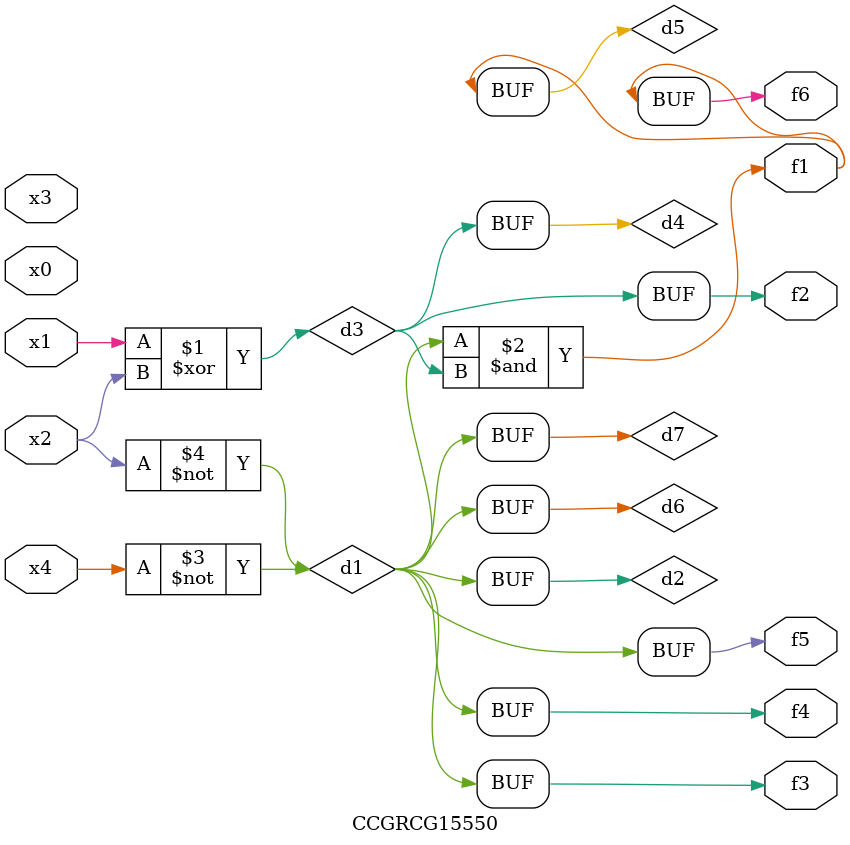
<source format=v>
module CCGRCG15550(
	input x0, x1, x2, x3, x4,
	output f1, f2, f3, f4, f5, f6
);

	wire d1, d2, d3, d4, d5, d6, d7;

	not (d1, x4);
	not (d2, x2);
	xor (d3, x1, x2);
	buf (d4, d3);
	and (d5, d1, d3);
	buf (d6, d1, d2);
	buf (d7, d2);
	assign f1 = d5;
	assign f2 = d4;
	assign f3 = d7;
	assign f4 = d7;
	assign f5 = d7;
	assign f6 = d5;
endmodule

</source>
